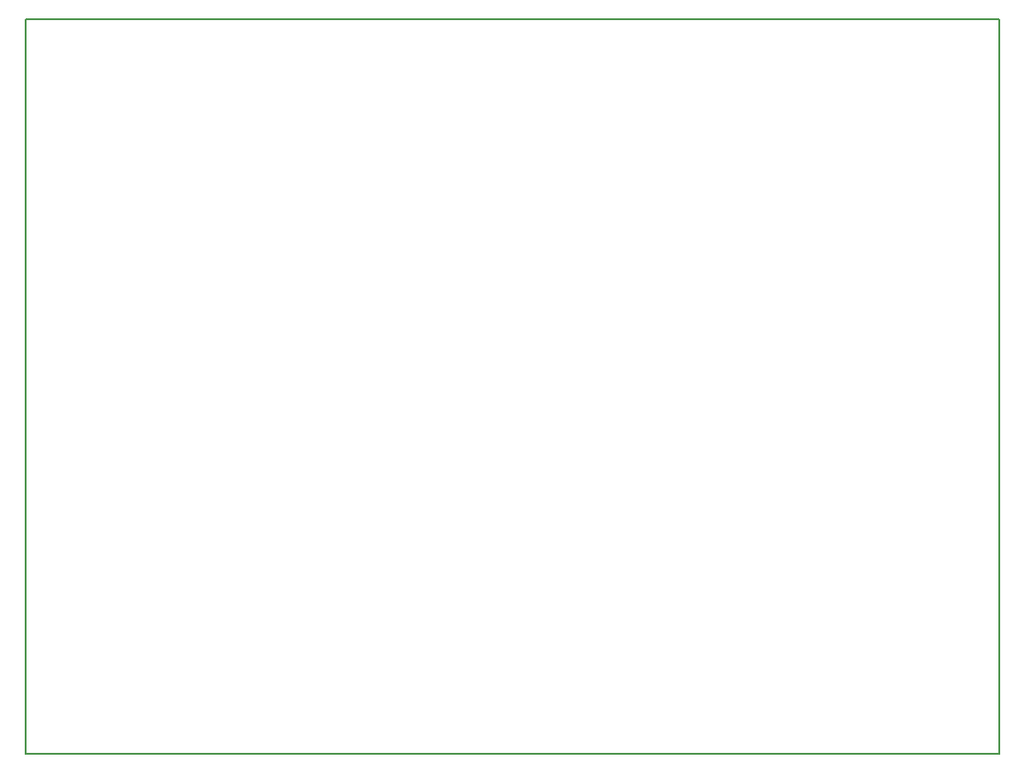
<source format=gko>
G04*
G04 #@! TF.GenerationSoftware,Altium Limited,Altium Designer,19.0.10 (269)*
G04*
G04 Layer_Color=16711935*
%FSLAX25Y25*%
%MOIN*%
G70*
G01*
G75*
%ADD13C,0.00591*%
D13*
X39370Y307087D02*
X39370Y39370D01*
X39370Y307087D02*
X393701D01*
X393701Y39370D01*
X39370Y39370D02*
X393701Y39370D01*
M02*

</source>
